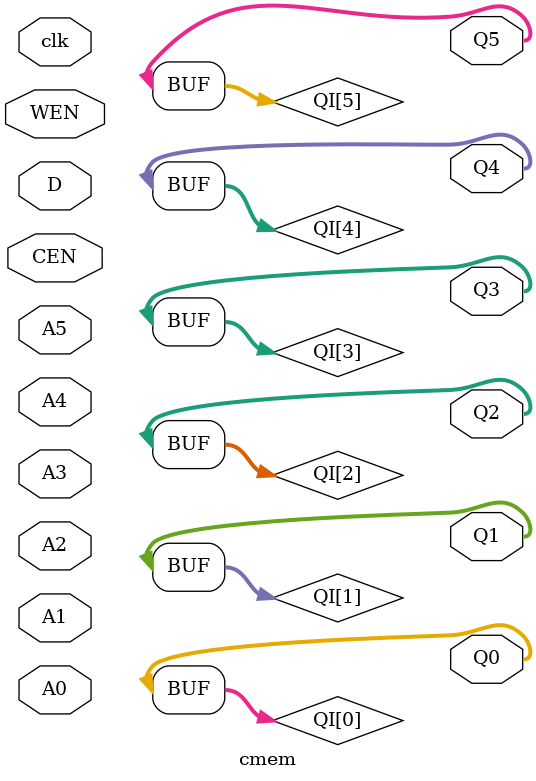
<source format=v>

`define ON 1'b0
`define OFF 1'b1
`define HIZ {20{1'bZ}}

module cmem(
	output	wire	[15:0]	Q5, Q4, Q3,
	output	wire	[15:0]	Q2, Q1, Q0,
	input	wire	[15:0]	D,		/* Limited by Upstream Spec. */
	input	wire	[5:0]	A5, A4, A3,
	input	wire	[5:0]	A2, A1, A0,
	input	wire		WEN, CEN,
	input	wire		clk
);

	genvar		i;
	wire		clk_bar;
	reg	[5:0]	AI [5:0];
	reg	[15:0]	DI;
	wire	[15:0]	QI [5:0];

	assign	clk_bar	= ~clk;

	always	@(posedge clk) begin
		DI	<= D;
		AI[5]	<= A5;
		AI[4]	<= A4;
		AI[3]	<= A3;
		AI[2]	<= A2;
		AI[1]	<= A1;
		AI[0]	<= A0;
	end

	assign	Q5	= QI[5];
	assign	Q4	= QI[4];
	assign	Q3	= QI[3];
	assign	Q2	= QI[2];
	assign	Q1	= QI[1];
	assign	Q0	= QI[0];

endmodule /* sram */

</source>
